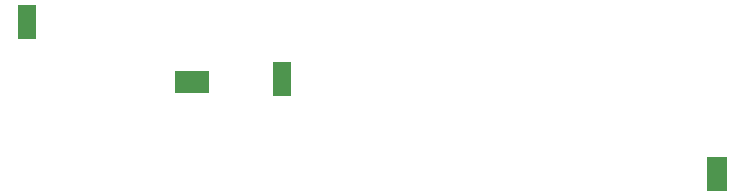
<source format=gbr>
%FSLAX34Y34*%
%MOMM*%
%LNSMDMASK_BOTTOM*%
G71*
G01*
%ADD10R, 1.600X3.000*%
%ADD11R, 3.000X1.905*%
%ADD12R, 1.700X3.000*%
%LPD*%
X519900Y-314160D02*
G54D10*
D03*
X443700Y-316700D02*
G54D11*
D03*
X304000Y-265900D02*
G54D10*
D03*
X888200Y-394170D02*
G54D12*
D03*
M02*

</source>
